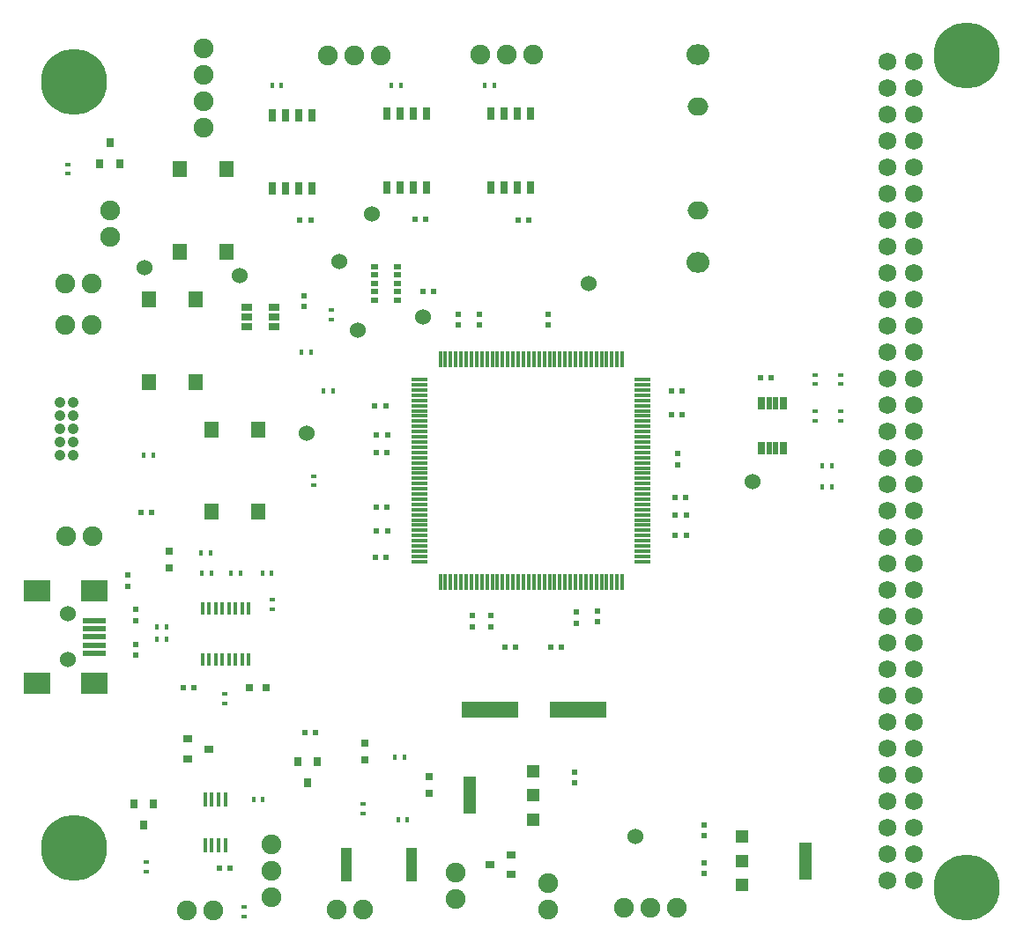
<source format=gbr>
G04 #@! TF.FileFunction,Soldermask,Top*
%FSLAX46Y46*%
G04 Gerber Fmt 4.6, Leading zero omitted, Abs format (unit mm)*
G04 Created by KiCad (PCBNEW 4.0.4-stable) date Thursday, April 19, 2018 'PMt' 11:46:15 PM*
%MOMM*%
%LPD*%
G01*
G04 APERTURE LIST*
%ADD10C,0.100000*%
%ADD11R,0.760000X1.200000*%
%ADD12C,6.350000*%
%ADD13R,0.900000X0.800000*%
%ADD14C,1.900000*%
%ADD15R,0.600000X0.500000*%
%ADD16R,0.500000X0.600000*%
%ADD17R,0.800000X0.800000*%
%ADD18C,1.720000*%
%ADD19C,1.524000*%
%ADD20R,2.500000X2.000000*%
%ADD21R,2.300000X0.500000*%
%ADD22R,0.800000X0.900000*%
%ADD23R,0.600000X0.400000*%
%ADD24R,0.400000X0.600000*%
%ADD25R,1.000000X3.200000*%
%ADD26R,0.300000X1.550000*%
%ADD27R,1.550000X0.300000*%
%ADD28R,1.200000X1.200000*%
%ADD29R,1.200000X3.600000*%
%ADD30R,0.450000X1.450000*%
%ADD31R,0.800000X0.500000*%
%ADD32R,1.000000X0.750000*%
%ADD33R,5.500000X1.500000*%
%ADD34R,1.400000X1.650000*%
%ADD35O,2.200000X1.950000*%
%ADD36O,2.000000X1.700000*%
%ADD37C,1.050000*%
%ADD38R,0.419100X1.143000*%
%ADD39R,0.610000X1.310000*%
%ADD40R,0.760000X1.310000*%
G04 APERTURE END LIST*
D10*
D11*
X125365000Y-37880000D03*
X126635000Y-37880000D03*
X127905000Y-37880000D03*
X124095000Y-37880000D03*
X124095000Y-30800000D03*
X125365000Y-30800000D03*
X126635000Y-30800000D03*
X127905000Y-30800000D03*
D12*
X190810000Y-105090000D03*
D13*
X145050000Y-102870000D03*
X147050000Y-103830000D03*
X147050000Y-101920000D03*
D14*
X124000000Y-106000000D03*
X124000000Y-103460000D03*
X124000000Y-100920000D03*
D15*
X127237000Y-90170000D03*
X128287000Y-90170000D03*
D16*
X145130000Y-78945000D03*
X145130000Y-79995000D03*
X155350000Y-78505000D03*
X155350000Y-79555000D03*
X144000000Y-51025000D03*
X144000000Y-49975000D03*
X153162000Y-93963000D03*
X153162000Y-95013000D03*
D15*
X116625000Y-85880000D03*
X115575000Y-85880000D03*
X135025000Y-58800000D03*
X133975000Y-58800000D03*
X135165000Y-63250000D03*
X134115000Y-63250000D03*
D16*
X150600000Y-51025000D03*
X150600000Y-49975000D03*
X163050000Y-63375000D03*
X163050000Y-64425000D03*
D15*
X162795000Y-67600000D03*
X163845000Y-67600000D03*
D16*
X142000000Y-49975000D03*
X142000000Y-51025000D03*
D15*
X162435000Y-57370000D03*
X163485000Y-57370000D03*
X162835000Y-71190000D03*
X163885000Y-71190000D03*
D16*
X153300000Y-79655000D03*
X153300000Y-78605000D03*
X143375000Y-78950000D03*
X143375000Y-80000000D03*
D15*
X135155000Y-68540000D03*
X134105000Y-68540000D03*
X135175000Y-61570000D03*
X134125000Y-61570000D03*
X119015000Y-103270000D03*
X120065000Y-103270000D03*
D16*
X165640000Y-103740000D03*
X165640000Y-102690000D03*
X165608000Y-99043000D03*
X165608000Y-100093000D03*
D15*
X127815000Y-40910000D03*
X126765000Y-40910000D03*
X138845000Y-40850000D03*
X137795000Y-40850000D03*
X148755000Y-40950000D03*
X147705000Y-40950000D03*
X146475000Y-82000000D03*
X147525000Y-82000000D03*
X150875000Y-82000000D03*
X151925000Y-82000000D03*
X138585000Y-47810000D03*
X139635000Y-47810000D03*
D16*
X127170000Y-49230000D03*
X127170000Y-48180000D03*
D15*
X112525000Y-69000000D03*
X111475000Y-69000000D03*
D16*
X110210000Y-75055000D03*
X110210000Y-76105000D03*
D17*
X133000000Y-92800000D03*
X133000000Y-91200000D03*
X139192000Y-96050000D03*
X139192000Y-94450000D03*
X121890000Y-85910000D03*
X123490000Y-85910000D03*
X114200000Y-72780000D03*
X114200000Y-74380000D03*
D18*
X183190000Y-25710000D03*
X183190000Y-28250000D03*
X183190000Y-30790000D03*
X183190000Y-33330000D03*
X183190000Y-35870000D03*
X183190000Y-38410000D03*
X183190000Y-40950000D03*
X183190000Y-43490000D03*
X183190000Y-46030000D03*
X183190000Y-48570000D03*
X183190000Y-51110000D03*
X183190000Y-53650000D03*
X183190000Y-56190000D03*
X183190000Y-58730000D03*
X183190000Y-61270000D03*
X183190000Y-63810000D03*
X183190000Y-66350000D03*
X183190000Y-68890000D03*
X183190000Y-71430000D03*
X183190000Y-73970000D03*
X183190000Y-76510000D03*
X183190000Y-79050000D03*
X183190000Y-81590000D03*
X183190000Y-84130000D03*
X183190000Y-86670000D03*
X183190000Y-89210000D03*
X183190000Y-91750000D03*
X183190000Y-94290000D03*
X183190000Y-96830000D03*
X183190000Y-99370000D03*
X183190000Y-101910000D03*
X183190000Y-104450000D03*
X185730000Y-25710000D03*
X185730000Y-28250000D03*
X185730000Y-30790000D03*
X185730000Y-33330000D03*
X185730000Y-35870000D03*
X185730000Y-38410000D03*
X185730000Y-40950000D03*
X185730000Y-43490000D03*
X185730000Y-46030000D03*
X185730000Y-48570000D03*
X185730000Y-51110000D03*
X185730000Y-53650000D03*
X185730000Y-56190000D03*
X185730000Y-58730000D03*
X185730000Y-61270000D03*
X185730000Y-63810000D03*
X185730000Y-66350000D03*
X185730000Y-68890000D03*
X185730000Y-71430000D03*
X185730000Y-73970000D03*
X185730000Y-76510000D03*
X185730000Y-79050000D03*
X185730000Y-81590000D03*
X185730000Y-84130000D03*
X185730000Y-86670000D03*
X185730000Y-89210000D03*
X185730000Y-91750000D03*
X185730000Y-94290000D03*
X185730000Y-96830000D03*
X185730000Y-99370000D03*
X185730000Y-101910000D03*
X185730000Y-104450000D03*
D14*
X141732000Y-103632000D03*
X141732000Y-106172000D03*
X163000000Y-107000000D03*
X160460000Y-107000000D03*
X157920000Y-107000000D03*
X130302000Y-107188000D03*
X132842000Y-107188000D03*
X118420000Y-107300000D03*
X115880000Y-107300000D03*
D19*
X104500000Y-83200000D03*
X104500000Y-78800000D03*
D20*
X101550000Y-76550000D03*
X101550000Y-85450000D03*
X107050000Y-76550000D03*
X107050000Y-85450000D03*
D21*
X107050000Y-81000000D03*
X107050000Y-80200000D03*
X107050000Y-79400000D03*
X107050000Y-81800000D03*
X107050000Y-82600000D03*
D14*
X117500000Y-29520000D03*
X117500000Y-26980000D03*
X117500000Y-24440000D03*
X117500000Y-32060000D03*
X134540000Y-25075000D03*
X132000000Y-25075000D03*
X129460000Y-25075000D03*
X144120000Y-25000000D03*
X146660000Y-25000000D03*
X149200000Y-25000000D03*
X104340000Y-71310000D03*
X106880000Y-71310000D03*
X108500000Y-42500000D03*
X108500000Y-39960000D03*
D22*
X111760000Y-99044000D03*
X112720000Y-97044000D03*
X110810000Y-97044000D03*
D13*
X118000000Y-91780000D03*
X116000000Y-90820000D03*
X116000000Y-92730000D03*
D22*
X127508000Y-94980000D03*
X128468000Y-92980000D03*
X126558000Y-92980000D03*
D23*
X112014000Y-102674000D03*
X112014000Y-103574000D03*
D24*
X113950000Y-80000000D03*
X113050000Y-80000000D03*
D25*
X137466000Y-102870000D03*
X131266000Y-102870000D03*
D23*
X121410000Y-107880000D03*
X121410000Y-106980000D03*
D24*
X135880000Y-92560000D03*
X136780000Y-92560000D03*
D23*
X132842000Y-97986000D03*
X132842000Y-97086000D03*
D24*
X123230000Y-96590000D03*
X122330000Y-96590000D03*
X136202000Y-98552000D03*
X137102000Y-98552000D03*
X124100000Y-28000000D03*
X125000000Y-28000000D03*
X135550000Y-28000000D03*
X136450000Y-28000000D03*
X144550000Y-28000000D03*
X145450000Y-28000000D03*
X129920000Y-57370000D03*
X129020000Y-57370000D03*
X126950000Y-53600000D03*
X127850000Y-53600000D03*
D23*
X128100000Y-66425000D03*
X128100000Y-65525000D03*
D24*
X111800000Y-63500000D03*
X112700000Y-63500000D03*
D23*
X129770000Y-50450000D03*
X129770000Y-49550000D03*
D24*
X113950000Y-81250000D03*
X113050000Y-81250000D03*
D23*
X124100000Y-77430000D03*
X124100000Y-78330000D03*
D24*
X121050000Y-74880000D03*
X120150000Y-74880000D03*
X124050000Y-74880000D03*
X123150000Y-74880000D03*
X118250000Y-74880000D03*
X117350000Y-74880000D03*
D23*
X119540000Y-87400000D03*
X119540000Y-86500000D03*
D24*
X118200000Y-72880000D03*
X117300000Y-72880000D03*
D26*
X140250000Y-75700000D03*
X140750000Y-75700000D03*
X141250000Y-75700000D03*
X141750000Y-75700000D03*
X142250000Y-75700000D03*
X142750000Y-75700000D03*
X143250000Y-75700000D03*
X143750000Y-75700000D03*
X144250000Y-75700000D03*
X144750000Y-75700000D03*
X145250000Y-75700000D03*
X145750000Y-75700000D03*
X146250000Y-75700000D03*
X146750000Y-75700000D03*
X147250000Y-75700000D03*
X147750000Y-75700000D03*
X148250000Y-75700000D03*
X148750000Y-75700000D03*
X149250000Y-75700000D03*
X149750000Y-75700000D03*
X150250000Y-75700000D03*
X150750000Y-75700000D03*
X151250000Y-75700000D03*
X151750000Y-75700000D03*
X152250000Y-75700000D03*
X152750000Y-75700000D03*
X153250000Y-75700000D03*
X153750000Y-75700000D03*
X154250000Y-75700000D03*
X154750000Y-75700000D03*
X155250000Y-75700000D03*
X155750000Y-75700000D03*
X156250000Y-75700000D03*
X156750000Y-75700000D03*
X157250000Y-75700000D03*
X157750000Y-75700000D03*
D27*
X159700000Y-73750000D03*
X159700000Y-73250000D03*
X159700000Y-72750000D03*
X159700000Y-72250000D03*
X159700000Y-71750000D03*
X159700000Y-71250000D03*
X159700000Y-70750000D03*
X159700000Y-70250000D03*
X159700000Y-69750000D03*
X159700000Y-69250000D03*
X159700000Y-68750000D03*
X159700000Y-68250000D03*
X159700000Y-67750000D03*
X159700000Y-67250000D03*
X159700000Y-66750000D03*
X159700000Y-66250000D03*
X159700000Y-65750000D03*
X159700000Y-65250000D03*
X159700000Y-64750000D03*
X159700000Y-64250000D03*
X159700000Y-63750000D03*
X159700000Y-63250000D03*
X159700000Y-62750000D03*
X159700000Y-62250000D03*
X159700000Y-61750000D03*
X159700000Y-61250000D03*
X159700000Y-60750000D03*
X159700000Y-60250000D03*
X159700000Y-59750000D03*
X159700000Y-59250000D03*
X159700000Y-58750000D03*
X159700000Y-58250000D03*
X159700000Y-57750000D03*
X159700000Y-57250000D03*
X159700000Y-56750000D03*
X159700000Y-56250000D03*
D26*
X157750000Y-54300000D03*
X157250000Y-54300000D03*
X156750000Y-54300000D03*
X156250000Y-54300000D03*
X155750000Y-54300000D03*
X155250000Y-54300000D03*
X154750000Y-54300000D03*
X154250000Y-54300000D03*
X153750000Y-54300000D03*
X153250000Y-54300000D03*
X152750000Y-54300000D03*
X152250000Y-54300000D03*
X151750000Y-54300000D03*
X151250000Y-54300000D03*
X150750000Y-54300000D03*
X150250000Y-54300000D03*
X149750000Y-54300000D03*
X149250000Y-54300000D03*
X148750000Y-54300000D03*
X148250000Y-54300000D03*
X147750000Y-54300000D03*
X147250000Y-54300000D03*
X146750000Y-54300000D03*
X146250000Y-54300000D03*
X145750000Y-54300000D03*
X145250000Y-54300000D03*
X144750000Y-54300000D03*
X144250000Y-54300000D03*
X143750000Y-54300000D03*
X143250000Y-54300000D03*
X142750000Y-54300000D03*
X142250000Y-54300000D03*
X141750000Y-54300000D03*
X141250000Y-54300000D03*
X140750000Y-54300000D03*
X140250000Y-54300000D03*
D27*
X138300000Y-56250000D03*
X138300000Y-56750000D03*
X138300000Y-57250000D03*
X138300000Y-57750000D03*
X138300000Y-58250000D03*
X138300000Y-58750000D03*
X138300000Y-59250000D03*
X138300000Y-59750000D03*
X138300000Y-60250000D03*
X138300000Y-60750000D03*
X138300000Y-61250000D03*
X138300000Y-61750000D03*
X138300000Y-62250000D03*
X138300000Y-62750000D03*
X138300000Y-63250000D03*
X138300000Y-63750000D03*
X138300000Y-64250000D03*
X138300000Y-64750000D03*
X138300000Y-65250000D03*
X138300000Y-65750000D03*
X138300000Y-66250000D03*
X138300000Y-66750000D03*
X138300000Y-67250000D03*
X138300000Y-67750000D03*
X138300000Y-68250000D03*
X138300000Y-68750000D03*
X138300000Y-69250000D03*
X138300000Y-69750000D03*
X138300000Y-70250000D03*
X138300000Y-70750000D03*
X138300000Y-71250000D03*
X138300000Y-71750000D03*
X138300000Y-72250000D03*
X138300000Y-72750000D03*
X138300000Y-73250000D03*
X138300000Y-73750000D03*
D28*
X169260000Y-102520000D03*
X169260000Y-100220000D03*
X169260000Y-104820000D03*
D29*
X175360000Y-102520000D03*
D30*
X118943000Y-96606000D03*
X119593000Y-96606000D03*
X118293000Y-96606000D03*
X117643000Y-96606000D03*
X119593000Y-101006000D03*
X118943000Y-101006000D03*
X118293000Y-101006000D03*
X117643000Y-101006000D03*
D11*
X136365000Y-37780000D03*
X137635000Y-37780000D03*
X138905000Y-37780000D03*
X135095000Y-37780000D03*
X135095000Y-30700000D03*
X136365000Y-30700000D03*
X137635000Y-30700000D03*
X138905000Y-30700000D03*
X146365000Y-37780000D03*
X147635000Y-37780000D03*
X148905000Y-37780000D03*
X145095000Y-37780000D03*
X145095000Y-30700000D03*
X146365000Y-30700000D03*
X147635000Y-30700000D03*
X148905000Y-30700000D03*
D31*
X136100000Y-47000000D03*
X133900000Y-47000000D03*
X136100000Y-47800000D03*
X136100000Y-48600000D03*
X136100000Y-46200000D03*
X136100000Y-45400000D03*
X133900000Y-46200000D03*
X133900000Y-45400000D03*
X133900000Y-47800000D03*
X133900000Y-48600000D03*
D32*
X121700000Y-50250000D03*
X121700000Y-49300000D03*
X121700000Y-51200000D03*
X124300000Y-51200000D03*
X124300000Y-50250000D03*
X124300000Y-49300000D03*
D19*
X154520000Y-47050000D03*
X170250000Y-66040000D03*
X133650000Y-40350000D03*
X138600000Y-50200000D03*
X130550000Y-44870000D03*
X127380000Y-61400000D03*
X132360000Y-51480000D03*
X121000000Y-46250000D03*
D33*
X145000000Y-88000000D03*
X153500000Y-88000000D03*
D15*
X170995000Y-56070000D03*
X172045000Y-56070000D03*
D14*
X104230000Y-47000000D03*
X106770000Y-47000000D03*
D34*
X112250000Y-56475000D03*
X116750000Y-56475000D03*
X116750000Y-48525000D03*
X112250000Y-48525000D03*
D12*
X105080000Y-27620000D03*
X105080000Y-101280000D03*
X190810000Y-25080000D03*
D14*
X150622000Y-107188000D03*
X150622000Y-104648000D03*
D35*
X165000000Y-45000000D03*
X165000000Y-25000000D03*
D36*
X165000000Y-40000000D03*
X165000000Y-30000000D03*
D34*
X122750000Y-61025000D03*
X118250000Y-61025000D03*
X118250000Y-68975000D03*
X122750000Y-68975000D03*
X119750000Y-36025000D03*
X115250000Y-36025000D03*
X115250000Y-43975000D03*
X119750000Y-43975000D03*
D37*
X105000000Y-63540000D03*
X105000000Y-62270000D03*
X105000000Y-61000000D03*
X105000000Y-59730000D03*
X105000000Y-58460000D03*
X103730000Y-63540000D03*
X103730000Y-62270000D03*
X103730000Y-61000000D03*
X103730000Y-59730000D03*
X103730000Y-58460000D03*
D15*
X162455000Y-59600000D03*
X163505000Y-59600000D03*
D23*
X178750000Y-59300000D03*
X178750000Y-60200000D03*
X178750000Y-55800000D03*
X178750000Y-56700000D03*
X176250000Y-60200000D03*
X176250000Y-59300000D03*
X176270000Y-56700000D03*
X176270000Y-55800000D03*
D15*
X135185000Y-70780000D03*
X134135000Y-70780000D03*
X135070000Y-73370000D03*
X134020000Y-73370000D03*
X162845000Y-69280000D03*
X163895000Y-69280000D03*
D38*
X121835000Y-83183000D03*
X121200000Y-83183000D03*
X120565000Y-83183000D03*
X119930000Y-83183000D03*
X119295000Y-83183000D03*
X118660000Y-83183000D03*
X118025000Y-78230000D03*
X117390000Y-78230000D03*
X118025000Y-83183000D03*
X118660000Y-78230000D03*
X121835000Y-78230000D03*
X121200000Y-78230000D03*
X120565000Y-78230000D03*
X119930000Y-78230000D03*
X119295000Y-78230000D03*
X117390000Y-83183000D03*
D19*
X159010000Y-100180000D03*
D28*
X149220000Y-96230000D03*
X149220000Y-98530000D03*
X149220000Y-93930000D03*
D29*
X143120000Y-96230000D03*
D16*
X111000000Y-79425000D03*
X111000000Y-78375000D03*
X111000000Y-81725000D03*
X111000000Y-82775000D03*
D39*
X171845000Y-62840000D03*
D40*
X171120000Y-62840000D03*
D39*
X172495000Y-62840000D03*
D40*
X173220000Y-62840000D03*
X171120000Y-58490000D03*
D39*
X171845000Y-58490000D03*
X172495000Y-58490000D03*
D40*
X173220000Y-58490000D03*
D14*
X104230000Y-51000000D03*
X106770000Y-51000000D03*
D22*
X108500000Y-33500000D03*
X107540000Y-35500000D03*
X109450000Y-35500000D03*
D23*
X104500000Y-36450000D03*
X104500000Y-35550000D03*
D19*
X111840000Y-45490000D03*
D24*
X176970000Y-66600000D03*
X177870000Y-66600000D03*
X176950000Y-64500000D03*
X177850000Y-64500000D03*
M02*

</source>
